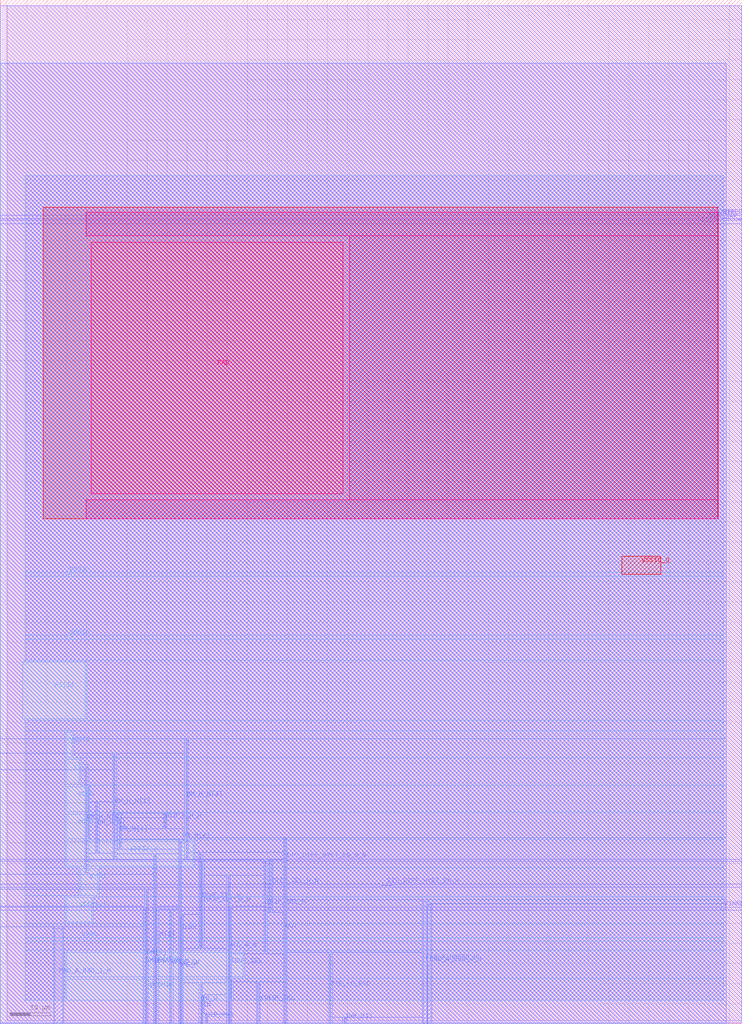
<source format=lef>
# Copyright 2020 The SkyWater PDK Authors
#
# Licensed under the Apache License, Version 2.0 (the "License");
# you may not use this file except in compliance with the License.
# You may obtain a copy of the License at
#
#     https://www.apache.org/licenses/LICENSE-2.0
#
# Unless required by applicable law or agreed to in writing, software
# distributed under the License is distributed on an "AS IS" BASIS,
# WITHOUT WARRANTIES OR CONDITIONS OF ANY KIND, either express or implied.
# See the License for the specific language governing permissions and
# limitations under the License.
#
# SPDX-License-Identifier: Apache-2.0

VERSION 5.7 ;
  NOWIREEXTENSIONATPIN ON ;
  DIVIDERCHAR "/" ;
  BUSBITCHARS "[]" ;
MACRO sky130_fd_io__top_sio
  CLASS BLOCK ;
  FOREIGN sky130_fd_io__top_sio ;
  ORIGIN  16.58000  0.000000 ;
  SIZE  184.8400 BY  254.8600 ;
  PIN DM[0]
    DIRECTION INPUT ;
    PORT
      LAYER met2 ;
        RECT 19.350000 0.000000 19.610000 28.955000 ;
    END
  END DM[0]
  PIN DM[1]
    DIRECTION INPUT ;
    PORT
      LAYER met2 ;
        RECT 19.750000 0.000000 20.010000 33.225000 ;
    END
  END DM[1]
  PIN DM[2]
    DIRECTION INPUT ;
    PORT
      LAYER met2 ;
        RECT 21.920000 0.000000 22.180000 42.095000 ;
    END
  END DM[2]
  PIN DM_H[0]
    PORT
      LAYER met2 ;
        RECT 7.495000 42.730000 7.755000 54.975000 ;
    END
  END DM_H[0]
  PIN DM_H[1]
    PORT
      LAYER met2 ;
        RECT 13.035000 43.665000 13.295000 51.025000 ;
    END
  END DM_H[1]
  PIN DM_H[2]
    PORT
      LAYER met2 ;
        RECT 28.700000 45.680000 28.710000 45.690000 ;
    END
  END DM_H[2]
  PIN DM_H_N[0]
    PORT
      LAYER met2 ;
        RECT 4.905000 37.535000 5.165000 62.945000 ;
    END
  END DM_H_N[0]
  PIN DM_H_N[1]
    PORT
      LAYER met2 ;
        RECT 11.855000 41.150000 12.115000 67.085000 ;
    END
  END DM_H_N[1]
  PIN DM_H_N[2]
    PORT
      LAYER met2 ;
        RECT 29.695000 41.150000 29.955000 70.675000 ;
    END
  END DM_H_N[2]
  PIN ENABLE_H
    DIRECTION INPUT ;
    PORT
      LAYER met2 ;
        RECT 22.320000 0.000000 22.580000 28.955000 ;
    END
  END ENABLE_H
  PIN HLD_H_N
    DIRECTION INPUT ;
    PORT
      LAYER met2 ;
        RECT 40.155000 0.000000 40.415000 36.690000 ;
    END
  END HLD_H_N
  PIN HLD_I_H_N
    PORT
      LAYER met2 ;
        RECT 24.375000 48.815000 24.605000 52.135000 ;
    END
  END HLD_I_H_N
  PIN HLD_OVR
    DIRECTION INPUT ;
    PORT
      LAYER met2 ;
        RECT 34.445000 0.000000 34.790000 2.085000 ;
    END
  END HLD_OVR
  PIN IBUF_SEL
    DIRECTION INPUT ;
    PORT
      LAYER met2 ;
        RECT 40.555000 0.000000 40.815000 28.950000 ;
    END
  END IBUF_SEL
  PIN IBUF_SEL_H
    PORT
      LAYER met2 ;
        RECT 33.255000 19.050000 33.515000 42.405000 ;
    END
  END IBUF_SEL_H
  PIN IBUF_SEL_H_N
    PORT
      LAYER met2 ;
        RECT 33.655000 19.050000 33.915000 40.570000 ;
    END
  END IBUF_SEL_H_N
  PIN IN
    DIRECTION OUTPUT ;
    PORT
      LAYER met2 ;
        RECT 33.725000 0.000000 33.985000 6.970000 ;
    END
  END IN
  PIN INP_DIS
    DIRECTION INPUT ;
    PORT
      LAYER met2 ;
        RECT 69.020000 0.000000 69.280000 1.350000 ;
    END
  END INP_DIS
  PIN IN_H
    DIRECTION OUTPUT ;
    PORT
      LAYER met2 ;
        RECT 33.325000 0.000000 33.585000 9.980000 ;
    END
  END IN_H
  PIN OE_N
    DIRECTION INPUT ;
    PORT
      LAYER met2 ;
        RECT 28.515000 0.000000 28.775000 26.920000 ;
    END
  END OE_N
  PIN OUT
    DIRECTION INPUT ;
    PORT
      LAYER met2 ;
        RECT 54.275000 0.000000 54.535000 46.020000 ;
    END
  END OUT
  PIN PAD
    DIRECTION INOUT ;
    PORT
      LAYER met5 ;
        RECT 6.100000 131.985000 68.800000 194.600000 ;
    END
  END PAD
  PIN PAD_A_ESD_0_H
    DIRECTION INOUT ;
    PORT
      LAYER met2 ;
        RECT 89.885000 0.000000 90.730000 29.615000 ;
    END
  END PAD_A_ESD_0_H
  PIN PAD_A_ESD_1_H
    DIRECTION INOUT ;
    PORT
      LAYER met2 ;
        RECT -3.000000 0.000000 -1.000000 23.820000 ;
    END
  END PAD_A_ESD_1_H
  PIN PAD_A_NOESD_H
    DIRECTION INOUT ;
    PORT
      LAYER met2 ;
        RECT 88.895000 0.000000 89.745000 30.555000 ;
    END
  END PAD_A_NOESD_H
  PIN REFLEAK_BIAS
    DIRECTION INPUT ;
    PORT
      LAYER met1 ;
        RECT 158.575000 199.485000 161.505000 199.715000 ;
    END
  END REFLEAK_BIAS
  PIN SIO_DIFF_HYST_EN_H
    PORT
      LAYER met1 ;
        RECT 78.355000 34.300000 81.140000 34.440000 ;
    END
  END SIO_DIFF_HYST_EN_H
  PIN SIO_DIFF_HYST_EN_H_N
    PORT
      LAYER met1 ;
        RECT 54.605000 40.680000 54.615000 40.690000 ;
    END
  END SIO_DIFF_HYST_EN_H_N
  PIN SLOW
    DIRECTION INPUT ;
    PORT
      LAYER met2 ;
        RECT 28.115000 0.000000 28.375000 45.525000 ;
    END
  END SLOW
  PIN TIE_LO_ESD
    DIRECTION OUTPUT ;
    PORT
      LAYER met2 ;
        RECT 65.640000 0.000000 65.900000 17.465000 ;
    END
  END TIE_LO_ESD
  PIN TRIP_SEL_H
    PORT
      LAYER met2 ;
        RECT 49.440000 17.645000 49.700000 40.610000 ;
    END
  END TRIP_SEL_H
  PIN TRIP_SEL_H_N
    PORT
      LAYER met2 ;
        RECT 50.715000 28.065000 50.975000 40.570000 ;
    END
  END TRIP_SEL_H_N
  PIN VCCD
    DIRECTION INOUT ;
    PORT
      LAYER met3 ;
        RECT 0.000000 46.015000 5.385000 52.205000 ;
    END
    PORT
      LAYER met3 ;
        RECT 0.000000 52.805000 5.360000 58.995000 ;
    END
  END VCCD
  PIN VCCHIB
    DIRECTION INOUT ;
    PORT
      LAYER met3 ;
        RECT 0.000000 11.670000 43.885000 17.860000 ;
    END
    PORT
      LAYER met3 ;
        RECT 0.000000 5.830000 41.010000 11.070000 ;
    END
  END VCCHIB
  PIN VDDIO
    DIRECTION INOUT ;
    PORT
      LAYER met3 ;
        RECT 0.000000 66.385000 1.395000 72.575000 ;
    END
    PORT
      LAYER met3 ;
        RECT 0.560000 96.120000 0.710000 96.270000 ;
    END
  END VDDIO
  PIN VDDIO_Q
    DIRECTION INOUT ;
    PORT
      LAYER met3 ;
        RECT 0.000000 25.250000 6.240000 31.440000 ;
    END
    PORT
      LAYER met3 ;
        RECT 0.000000 39.225000 31.465000 45.415000 ;
    END
  END VDDIO_Q
  PIN VINREF
    DIRECTION INPUT ;
    PORT
      LAYER met1 ;
        RECT 163.520000 28.495000 163.905000 28.750000 ;
    END
  END VINREF
  PIN VOUTREF
    DIRECTION INPUT ;
    PORT
      LAYER met1 ;
        RECT 157.645000 200.680000 161.505000 200.940000 ;
    END
    PORT
      LAYER met1 ;
        RECT 161.350000 200.805000 161.360000 200.815000 ;
    END
  END VOUTREF
  PIN VREG_EN
    DIRECTION INPUT ;
    PORT
      LAYER met2 ;
        RECT 25.925000 0.000000 26.185000 28.250000 ;
    END
  END VREG_EN
  PIN VSSD
    DIRECTION INOUT ;
    PORT
      LAYER met3 ;
        RECT 0.000000 59.595000 3.105000 65.785000 ;
    END
    PORT
      LAYER met3 ;
        RECT 3.490000 32.040000 7.675000 38.625000 ;
    END
    PORT
      LAYER met3 ;
        RECT 3.625000 20.920000 3.775000 21.070000 ;
    END
  END VSSD
  PIN VSSIO
    DIRECTION INOUT ;
    PORT
      LAYER met3 ;
        RECT -11.015000 75.975000 4.580000 90.145000 ;
    END
    PORT
      LAYER met3 ;
        RECT 0.560000 111.810000 0.710000 111.960000 ;
    END
  END VSSIO
  PIN VSSIO_Q
    DIRECTION INOUT ;
    PORT
      LAYER met4 ;
        RECT 138.290000 111.950000 148.040000 116.400000 ;
    END
  END VSSIO_Q
  PIN VTRIP_SEL
    DIRECTION INPUT ;
    PORT
      LAYER met2 ;
        RECT 47.605000 0.000000 47.865000 10.175000 ;
    END
  END VTRIP_SEL
  OBS
    LAYER li1 ;
      RECT -14.845000 0.710000 168.210000 253.385000 ;
    LAYER met1 ;
      RECT -16.580000   0.250000 168.210000  28.215000 ;
      RECT -16.580000  28.215000 163.240000  29.030000 ;
      RECT -16.580000  29.030000 168.210000  34.020000 ;
      RECT -16.580000  34.020000  78.075000  34.720000 ;
      RECT -16.580000  34.720000 168.210000  40.400000 ;
      RECT -16.580000  40.400000  54.325000  40.970000 ;
      RECT -16.580000  40.970000 168.210000 199.205000 ;
      RECT -16.580000 199.205000 158.295000 199.995000 ;
      RECT -16.580000 199.995000 168.210000 200.400000 ;
      RECT -16.580000 200.400000 157.365000 201.220000 ;
      RECT -16.580000 201.220000 168.210000 253.410000 ;
      RECT  54.895000  40.400000 168.210000  40.970000 ;
      RECT  81.420000  34.020000 168.210000  34.720000 ;
      RECT 161.785000 199.205000 168.210000 199.995000 ;
      RECT 161.785000 200.400000 168.210000 201.220000 ;
      RECT 164.185000  28.215000 168.210000  29.030000 ;
    LAYER met2 ;
      RECT -16.580000  0.000000  -3.280000  24.100000 ;
      RECT -16.580000 24.100000  19.070000  29.235000 ;
      RECT -16.580000 29.235000  19.470000  33.505000 ;
      RECT -16.580000 33.505000  21.640000  37.255000 ;
      RECT -16.580000 37.255000   4.625000  63.225000 ;
      RECT -16.580000 63.225000  11.575000  67.365000 ;
      RECT -16.580000 67.365000  29.415000  70.955000 ;
      RECT -16.580000 70.955000 164.345000 239.150000 ;
      RECT  -0.720000  0.000000  19.070000  24.100000 ;
      RECT   5.445000 37.255000  21.640000  40.870000 ;
      RECT   5.445000 40.870000  11.575000  42.450000 ;
      RECT   5.445000 42.450000   7.215000  55.255000 ;
      RECT   5.445000 55.255000  11.575000  63.225000 ;
      RECT   8.035000 42.450000  11.575000  55.255000 ;
      RECT  12.395000 40.870000  21.640000  42.375000 ;
      RECT  12.395000 42.375000  27.835000  43.385000 ;
      RECT  12.395000 43.385000  12.755000  51.305000 ;
      RECT  12.395000 51.305000  24.095000  52.415000 ;
      RECT  12.395000 52.415000  29.415000  67.365000 ;
      RECT  13.575000 43.385000  27.835000  45.805000 ;
      RECT  13.575000 45.805000  28.420000  45.970000 ;
      RECT  13.575000 45.970000  29.415000  48.535000 ;
      RECT  13.575000 48.535000  24.095000  51.305000 ;
      RECT  20.290000  0.000000  21.640000  33.505000 ;
      RECT  22.460000 29.235000  27.835000  42.375000 ;
      RECT  22.860000  0.000000  25.645000  28.530000 ;
      RECT  22.860000 28.530000  27.835000  29.235000 ;
      RECT  24.885000 48.535000  29.415000  52.415000 ;
      RECT  26.465000  0.000000  27.835000  28.530000 ;
      RECT  28.655000 27.200000  32.975000  40.870000 ;
      RECT  28.655000 40.870000  29.415000  45.400000 ;
      RECT  28.990000 45.400000  29.415000  45.970000 ;
      RECT  29.055000  0.000000  33.045000  10.260000 ;
      RECT  29.055000 10.260000  39.875000  18.770000 ;
      RECT  29.055000 18.770000  32.975000  27.200000 ;
      RECT  30.235000 40.870000  32.975000  42.685000 ;
      RECT  30.235000 42.685000  53.995000  46.300000 ;
      RECT  30.235000 46.300000 164.345000  70.955000 ;
      RECT  33.795000 40.850000  49.160000  40.890000 ;
      RECT  33.795000 40.890000  53.995000  42.685000 ;
      RECT  33.865000  7.250000  39.875000  10.260000 ;
      RECT  34.195000 18.770000  39.875000  36.970000 ;
      RECT  34.195000 36.970000  49.160000  40.850000 ;
      RECT  34.265000  2.365000  39.875000   7.250000 ;
      RECT  35.070000  0.000000  39.875000   2.365000 ;
      RECT  40.695000 29.230000  49.160000  36.970000 ;
      RECT  41.095000  0.000000  47.325000  10.455000 ;
      RECT  41.095000 10.455000  53.995000  17.365000 ;
      RECT  41.095000 17.365000  49.160000  29.230000 ;
      RECT  48.145000  0.000000  53.995000  10.455000 ;
      RECT  49.980000 17.365000  53.995000  27.785000 ;
      RECT  49.980000 27.785000  50.435000  40.850000 ;
      RECT  49.980000 40.850000  53.995000  40.890000 ;
      RECT  51.255000 27.785000  53.995000  40.850000 ;
      RECT  54.815000  0.000000  65.360000  17.745000 ;
      RECT  54.815000 17.745000  88.615000  30.835000 ;
      RECT  54.815000 30.835000 164.345000  46.300000 ;
      RECT  66.180000  0.000000  68.740000   1.630000 ;
      RECT  66.180000  1.630000  88.615000  17.745000 ;
      RECT  69.560000  0.000000  88.615000   1.630000 ;
      RECT  90.025000 29.895000 164.345000  30.835000 ;
      RECT  91.010000  0.000000 164.345000  29.895000 ;
    LAYER met3 ;
      RECT -10.350000   5.830000  -0.400000  18.260000 ;
      RECT -10.350000  18.260000 163.650000  20.520000 ;
      RECT -10.350000  20.520000   3.225000  21.470000 ;
      RECT -10.350000  21.470000 163.650000  24.850000 ;
      RECT -10.350000  24.850000  -0.400000  31.840000 ;
      RECT -10.350000  31.840000   3.090000  38.825000 ;
      RECT -10.350000  38.825000  -0.400000  72.975000 ;
      RECT -10.350000  72.975000 163.650000  75.575000 ;
      RECT -10.350000  90.545000 163.650000  95.720000 ;
      RECT -10.350000  95.720000   0.160000  96.670000 ;
      RECT -10.350000  96.670000 163.650000 111.410000 ;
      RECT -10.350000 111.410000   0.160000 112.360000 ;
      RECT -10.350000 112.360000 163.650000 211.070000 ;
      RECT   1.110000  95.720000 163.650000  96.670000 ;
      RECT   1.110000 111.410000 163.650000 112.360000 ;
      RECT   1.795000  66.185000 163.650000  72.975000 ;
      RECT   3.505000  59.395000 163.650000  66.185000 ;
      RECT   4.175000  20.520000 163.650000  21.470000 ;
      RECT   4.980000  75.575000 163.650000  90.545000 ;
      RECT   5.760000  52.605000 163.650000  59.395000 ;
      RECT   5.785000  45.815000 163.650000  52.605000 ;
      RECT   6.640000  24.850000 163.650000  31.640000 ;
      RECT   8.075000  31.640000 163.650000  38.825000 ;
      RECT  31.865000  38.825000 163.650000  45.815000 ;
      RECT  41.410000   5.830000 163.650000  11.270000 ;
      RECT  44.285000  11.270000 163.650000  18.260000 ;
    LAYER met4 ;
      RECT -5.840000 125.675000 162.170000 203.240000 ;
    LAYER met5 ;
      RECT  4.800000 125.675000 162.290000 130.385000 ;
      RECT  4.800000 196.200000 162.290000 202.060000 ;
      RECT 70.400000 130.385000 162.290000 196.200000 ;
  END
END sky130_fd_io__top_sio
END LIBRARY

</source>
